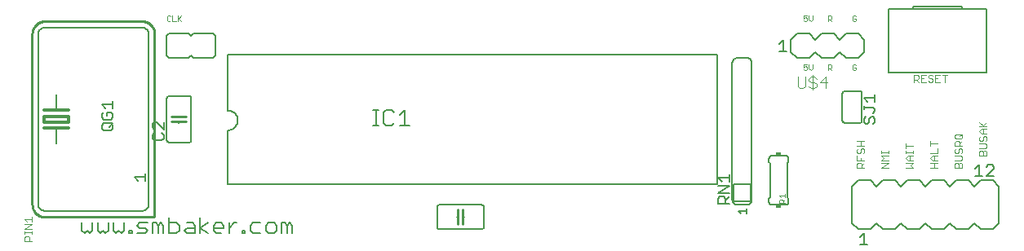
<source format=gto>
G75*
%MOIN*%
%OFA0B0*%
%FSLAX24Y24*%
%IPPOS*%
%LPD*%
%AMOC8*
5,1,8,0,0,1.08239X$1,22.5*
%
%ADD10C,0.0030*%
%ADD11C,0.0060*%
%ADD12C,0.0020*%
%ADD13C,0.0050*%
%ADD14R,0.0200X0.0150*%
%ADD15C,0.0100*%
%ADD16C,0.0120*%
%ADD17C,0.0040*%
D10*
X000375Y001695D02*
X000375Y001840D01*
X000423Y001888D01*
X000520Y001888D01*
X000568Y001840D01*
X000568Y001695D01*
X000665Y001695D02*
X000375Y001695D01*
X000375Y001990D02*
X000375Y002086D01*
X000375Y002038D02*
X000665Y002038D01*
X000665Y001990D02*
X000665Y002086D01*
X000665Y002186D02*
X000375Y002186D01*
X000665Y002380D01*
X000375Y002380D01*
X000472Y002481D02*
X000375Y002577D01*
X000665Y002577D01*
X000665Y002481D02*
X000665Y002674D01*
X034375Y004695D02*
X034375Y004840D01*
X034423Y004888D01*
X034520Y004888D01*
X034568Y004840D01*
X034568Y004695D01*
X034568Y004792D02*
X034665Y004888D01*
X034665Y004990D02*
X034375Y004990D01*
X034375Y005183D01*
X034423Y005284D02*
X034472Y005284D01*
X034520Y005333D01*
X034520Y005429D01*
X034568Y005478D01*
X034617Y005478D01*
X034665Y005429D01*
X034665Y005333D01*
X034617Y005284D01*
X034423Y005284D02*
X034375Y005333D01*
X034375Y005429D01*
X034423Y005478D01*
X034375Y005579D02*
X034665Y005579D01*
X034520Y005579D02*
X034520Y005772D01*
X034375Y005772D02*
X034665Y005772D01*
X035375Y005381D02*
X035375Y005284D01*
X035375Y005333D02*
X035665Y005333D01*
X035665Y005381D02*
X035665Y005284D01*
X035665Y005183D02*
X035375Y005183D01*
X035472Y005086D01*
X035375Y004990D01*
X035665Y004990D01*
X035665Y004888D02*
X035375Y004888D01*
X035375Y004695D02*
X035665Y004888D01*
X035665Y004695D02*
X035375Y004695D01*
X034665Y004695D02*
X034375Y004695D01*
X034520Y004990D02*
X034520Y005086D01*
X036375Y005086D02*
X036472Y004990D01*
X036665Y004990D01*
X036665Y004888D02*
X036375Y004888D01*
X036520Y004990D02*
X036520Y005183D01*
X036472Y005183D02*
X036665Y005183D01*
X036665Y005284D02*
X036665Y005381D01*
X036665Y005333D02*
X036375Y005333D01*
X036375Y005381D02*
X036375Y005284D01*
X036472Y005183D02*
X036375Y005086D01*
X036568Y004792D02*
X036665Y004888D01*
X036568Y004792D02*
X036665Y004695D01*
X036375Y004695D01*
X037375Y004695D02*
X037665Y004695D01*
X037520Y004695D02*
X037520Y004888D01*
X037520Y004990D02*
X037520Y005183D01*
X037472Y005183D02*
X037665Y005183D01*
X037665Y005284D02*
X037375Y005284D01*
X037472Y005183D02*
X037375Y005086D01*
X037472Y004990D01*
X037665Y004990D01*
X037665Y004888D02*
X037375Y004888D01*
X038375Y004840D02*
X038375Y004695D01*
X038665Y004695D01*
X038665Y004840D01*
X038617Y004888D01*
X038568Y004888D01*
X038520Y004840D01*
X038520Y004695D01*
X038520Y004840D02*
X038472Y004888D01*
X038423Y004888D01*
X038375Y004840D01*
X038375Y004990D02*
X038617Y004990D01*
X038665Y005038D01*
X038665Y005135D01*
X038617Y005183D01*
X038375Y005183D01*
X038423Y005284D02*
X038375Y005333D01*
X038375Y005429D01*
X038423Y005478D01*
X038520Y005429D02*
X038568Y005478D01*
X038617Y005478D01*
X038665Y005429D01*
X038665Y005333D01*
X038617Y005284D01*
X038520Y005333D02*
X038520Y005429D01*
X038520Y005333D02*
X038472Y005284D01*
X038423Y005284D01*
X038375Y005579D02*
X038375Y005724D01*
X038423Y005772D01*
X038520Y005772D01*
X038568Y005724D01*
X038568Y005579D01*
X038568Y005676D02*
X038665Y005772D01*
X038617Y005874D02*
X038665Y005922D01*
X038665Y006019D01*
X038617Y006067D01*
X038423Y006067D01*
X038375Y006019D01*
X038375Y005922D01*
X038423Y005874D01*
X038617Y005874D01*
X038568Y005970D02*
X038665Y006067D01*
X039375Y006176D02*
X039472Y006079D01*
X039665Y006079D01*
X039617Y005978D02*
X039665Y005929D01*
X039665Y005833D01*
X039617Y005784D01*
X039617Y005683D02*
X039375Y005683D01*
X039423Y005784D02*
X039472Y005784D01*
X039520Y005833D01*
X039520Y005929D01*
X039568Y005978D01*
X039617Y005978D01*
X039520Y006079D02*
X039520Y006272D01*
X039472Y006272D02*
X039665Y006272D01*
X039665Y006374D02*
X039375Y006374D01*
X039472Y006272D02*
X039375Y006176D01*
X039568Y006374D02*
X039375Y006567D01*
X039520Y006422D02*
X039665Y006567D01*
X039423Y005978D02*
X039375Y005929D01*
X039375Y005833D01*
X039423Y005784D01*
X039617Y005683D02*
X039665Y005635D01*
X039665Y005538D01*
X039617Y005490D01*
X039375Y005490D01*
X039423Y005388D02*
X039472Y005388D01*
X039520Y005340D01*
X039520Y005195D01*
X039665Y005195D02*
X039375Y005195D01*
X039375Y005340D01*
X039423Y005388D01*
X039520Y005340D02*
X039568Y005388D01*
X039617Y005388D01*
X039665Y005340D01*
X039665Y005195D01*
X038665Y005579D02*
X038375Y005579D01*
X037665Y005676D02*
X037375Y005676D01*
X037375Y005772D02*
X037375Y005579D01*
X037665Y005478D02*
X037665Y005284D01*
X036665Y005577D02*
X036375Y005577D01*
X036375Y005481D02*
X036375Y005674D01*
X036695Y008195D02*
X036695Y008485D01*
X036840Y008485D01*
X036888Y008437D01*
X036888Y008340D01*
X036840Y008292D01*
X036695Y008292D01*
X036792Y008292D02*
X036888Y008195D01*
X036990Y008195D02*
X037183Y008195D01*
X037284Y008243D02*
X037333Y008195D01*
X037429Y008195D01*
X037478Y008243D01*
X037478Y008292D01*
X037429Y008340D01*
X037333Y008340D01*
X037284Y008388D01*
X037284Y008437D01*
X037333Y008485D01*
X037429Y008485D01*
X037478Y008437D01*
X037579Y008485D02*
X037579Y008195D01*
X037772Y008195D01*
X037970Y008195D02*
X037970Y008485D01*
X037874Y008485D02*
X038067Y008485D01*
X037772Y008485D02*
X037579Y008485D01*
X037579Y008340D02*
X037676Y008340D01*
X037183Y008485D02*
X036990Y008485D01*
X036990Y008195D01*
X036990Y008340D02*
X037086Y008340D01*
D11*
X034580Y007730D02*
X034580Y006630D01*
X034578Y006613D01*
X034574Y006596D01*
X034567Y006580D01*
X034557Y006566D01*
X034544Y006553D01*
X034530Y006543D01*
X034514Y006536D01*
X034497Y006532D01*
X034480Y006530D01*
X033880Y006530D01*
X033863Y006532D01*
X033846Y006536D01*
X033830Y006543D01*
X033816Y006553D01*
X033803Y006566D01*
X033793Y006580D01*
X033786Y006596D01*
X033782Y006613D01*
X033780Y006630D01*
X033780Y007730D01*
X033782Y007747D01*
X033786Y007764D01*
X033793Y007780D01*
X033803Y007794D01*
X033816Y007807D01*
X033830Y007817D01*
X033846Y007824D01*
X033863Y007828D01*
X033880Y007830D01*
X034480Y007830D01*
X034497Y007828D01*
X034514Y007824D01*
X034530Y007817D01*
X034544Y007807D01*
X034557Y007794D01*
X034567Y007780D01*
X034574Y007764D01*
X034578Y007747D01*
X034580Y007730D01*
X030080Y008980D02*
X030080Y003380D01*
X030030Y003330D02*
X029330Y003330D01*
X029330Y004030D01*
X030030Y004030D01*
X030030Y003330D01*
X030080Y003380D02*
X030078Y003354D01*
X030073Y003328D01*
X030065Y003303D01*
X030053Y003280D01*
X030039Y003258D01*
X030021Y003239D01*
X030002Y003221D01*
X029980Y003207D01*
X029957Y003195D01*
X029932Y003187D01*
X029906Y003182D01*
X029880Y003180D01*
X029480Y003180D01*
X029454Y003182D01*
X029428Y003187D01*
X029403Y003195D01*
X029380Y003207D01*
X029358Y003221D01*
X029339Y003239D01*
X029321Y003258D01*
X029307Y003280D01*
X029295Y003303D01*
X029287Y003328D01*
X029282Y003354D01*
X029280Y003380D01*
X029280Y008980D01*
X029282Y009006D01*
X029287Y009032D01*
X029295Y009057D01*
X029307Y009080D01*
X029321Y009102D01*
X029339Y009121D01*
X029358Y009139D01*
X029380Y009153D01*
X029403Y009165D01*
X029428Y009173D01*
X029454Y009178D01*
X029480Y009180D01*
X029880Y009180D01*
X029906Y009178D01*
X029932Y009173D01*
X029957Y009165D01*
X029980Y009153D01*
X030002Y009139D01*
X030021Y009121D01*
X030039Y009102D01*
X030053Y009080D01*
X030065Y009057D01*
X030073Y009032D01*
X030078Y009006D01*
X030080Y008980D01*
X028680Y009330D02*
X028680Y004030D01*
X008680Y004030D01*
X008680Y006230D01*
X008719Y006232D01*
X008758Y006238D01*
X008796Y006247D01*
X008833Y006260D01*
X008869Y006277D01*
X008902Y006297D01*
X008934Y006321D01*
X008963Y006347D01*
X008989Y006376D01*
X009013Y006408D01*
X009033Y006441D01*
X009050Y006477D01*
X009063Y006514D01*
X009072Y006552D01*
X009078Y006591D01*
X009080Y006630D01*
X009078Y006669D01*
X009072Y006708D01*
X009063Y006746D01*
X009050Y006783D01*
X009033Y006819D01*
X009013Y006852D01*
X008989Y006884D01*
X008963Y006913D01*
X008934Y006939D01*
X008902Y006963D01*
X008869Y006983D01*
X008833Y007000D01*
X008796Y007013D01*
X008758Y007022D01*
X008719Y007028D01*
X008680Y007030D01*
X008680Y009330D01*
X028680Y009330D01*
X031680Y009430D02*
X031930Y009180D01*
X032430Y009180D01*
X032680Y009430D01*
X032930Y009180D01*
X033430Y009180D01*
X033680Y009430D01*
X033930Y009180D01*
X034430Y009180D01*
X034680Y009430D01*
X034680Y009930D01*
X034430Y010180D01*
X033930Y010180D01*
X033680Y009930D01*
X033430Y010180D01*
X032930Y010180D01*
X032680Y009930D01*
X032430Y010180D01*
X031930Y010180D01*
X031680Y009930D01*
X031680Y009430D01*
X031480Y005180D02*
X030880Y005180D01*
X030863Y005178D01*
X030846Y005174D01*
X030830Y005167D01*
X030816Y005157D01*
X030803Y005144D01*
X030793Y005130D01*
X030786Y005114D01*
X030782Y005097D01*
X030780Y005080D01*
X030780Y004930D01*
X030830Y004880D01*
X030830Y003480D01*
X030780Y003430D01*
X030780Y003280D01*
X030782Y003263D01*
X030786Y003246D01*
X030793Y003230D01*
X030803Y003216D01*
X030816Y003203D01*
X030830Y003193D01*
X030846Y003186D01*
X030863Y003182D01*
X030880Y003180D01*
X031480Y003180D01*
X031497Y003182D01*
X031514Y003186D01*
X031530Y003193D01*
X031544Y003203D01*
X031557Y003216D01*
X031567Y003230D01*
X031574Y003246D01*
X031578Y003263D01*
X031580Y003280D01*
X031580Y003430D01*
X031530Y003480D01*
X031530Y004880D01*
X031580Y004930D01*
X031580Y005080D01*
X031578Y005097D01*
X031574Y005114D01*
X031567Y005130D01*
X031557Y005144D01*
X031544Y005157D01*
X031530Y005167D01*
X031514Y005174D01*
X031497Y005178D01*
X031480Y005180D01*
X034180Y003930D02*
X034430Y004180D01*
X034930Y004180D01*
X035180Y003930D01*
X035430Y004180D01*
X035930Y004180D01*
X036180Y003930D01*
X036430Y004180D01*
X036930Y004180D01*
X037180Y003930D01*
X037430Y004180D01*
X037930Y004180D01*
X038180Y003930D01*
X038430Y004180D01*
X038930Y004180D01*
X039180Y003930D01*
X039430Y004180D01*
X039930Y004180D01*
X040180Y003930D01*
X040180Y002430D01*
X039930Y002180D01*
X039430Y002180D01*
X039180Y002430D01*
X038930Y002180D01*
X038430Y002180D01*
X038180Y002430D01*
X037930Y002180D01*
X037430Y002180D01*
X037180Y002430D01*
X036930Y002180D01*
X036430Y002180D01*
X036180Y002430D01*
X035930Y002180D01*
X035430Y002180D01*
X035180Y002430D01*
X034930Y002180D01*
X034430Y002180D01*
X034180Y002430D01*
X034180Y003930D01*
X019130Y003080D02*
X019130Y002280D01*
X019128Y002263D01*
X019124Y002246D01*
X019117Y002230D01*
X019107Y002216D01*
X019094Y002203D01*
X019080Y002193D01*
X019064Y002186D01*
X019047Y002182D01*
X019030Y002180D01*
X017330Y002180D01*
X017313Y002182D01*
X017296Y002186D01*
X017280Y002193D01*
X017266Y002203D01*
X017253Y002216D01*
X017243Y002230D01*
X017236Y002246D01*
X017232Y002263D01*
X017230Y002280D01*
X017230Y003080D01*
X017232Y003097D01*
X017236Y003114D01*
X017243Y003130D01*
X017253Y003144D01*
X017266Y003157D01*
X017280Y003167D01*
X017296Y003174D01*
X017313Y003178D01*
X017330Y003180D01*
X019030Y003180D01*
X019047Y003178D01*
X019064Y003174D01*
X019080Y003167D01*
X019094Y003157D01*
X019107Y003144D01*
X019117Y003130D01*
X019124Y003114D01*
X019128Y003097D01*
X019130Y003080D01*
X018330Y002680D02*
X018280Y002680D01*
X018080Y002680D02*
X018030Y002680D01*
X011301Y002330D02*
X011301Y002010D01*
X011088Y002010D02*
X011088Y002330D01*
X011195Y002437D01*
X011301Y002330D01*
X011088Y002330D02*
X010981Y002437D01*
X010874Y002437D01*
X010874Y002010D01*
X010657Y002117D02*
X010657Y002330D01*
X010550Y002437D01*
X010337Y002437D01*
X010230Y002330D01*
X010230Y002117D01*
X010337Y002010D01*
X010550Y002010D01*
X010657Y002117D01*
X010012Y002010D02*
X009692Y002010D01*
X009585Y002117D01*
X009585Y002330D01*
X009692Y002437D01*
X010012Y002437D01*
X009046Y002437D02*
X008939Y002437D01*
X008726Y002224D01*
X008508Y002224D02*
X008508Y002330D01*
X008402Y002437D01*
X008188Y002437D01*
X008081Y002330D01*
X008081Y002117D01*
X008188Y002010D01*
X008402Y002010D01*
X008726Y002010D02*
X008726Y002437D01*
X008508Y002224D02*
X008081Y002224D01*
X007864Y002437D02*
X007544Y002224D01*
X007864Y002010D01*
X007544Y002010D02*
X007544Y002651D01*
X007327Y002330D02*
X007220Y002437D01*
X007006Y002437D01*
X007327Y002330D02*
X007327Y002010D01*
X007006Y002010D01*
X006900Y002117D01*
X007006Y002224D01*
X007327Y002224D01*
X006682Y002117D02*
X006682Y002330D01*
X006575Y002437D01*
X006255Y002437D01*
X006038Y002330D02*
X006038Y002010D01*
X005824Y002010D02*
X005824Y002330D01*
X005931Y002437D01*
X006038Y002330D01*
X005824Y002330D02*
X005717Y002437D01*
X005610Y002437D01*
X005610Y002010D01*
X005393Y002117D02*
X005286Y002224D01*
X005073Y002224D01*
X004966Y002330D01*
X005073Y002437D01*
X005393Y002437D01*
X006255Y002651D02*
X006255Y002010D01*
X006575Y002010D01*
X006682Y002117D01*
X005393Y002117D02*
X005286Y002010D01*
X004966Y002010D01*
X004750Y002010D02*
X004750Y002117D01*
X004644Y002117D01*
X004644Y002010D01*
X004750Y002010D01*
X004426Y002117D02*
X004426Y002437D01*
X003999Y002437D02*
X003999Y002117D01*
X004106Y002010D01*
X004213Y002117D01*
X004319Y002010D01*
X004426Y002117D01*
X003782Y002117D02*
X003782Y002437D01*
X003355Y002437D02*
X003355Y002117D01*
X003461Y002010D01*
X003568Y002117D01*
X003675Y002010D01*
X003782Y002117D01*
X003137Y002117D02*
X003030Y002010D01*
X002924Y002117D01*
X002817Y002010D01*
X002710Y002117D01*
X002710Y002437D01*
X003137Y002437D02*
X003137Y002117D01*
X001180Y002930D02*
X005180Y002930D01*
X005210Y002932D01*
X005240Y002937D01*
X005269Y002946D01*
X005296Y002959D01*
X005322Y002974D01*
X005346Y002993D01*
X005367Y003014D01*
X005386Y003038D01*
X005401Y003064D01*
X005414Y003091D01*
X005423Y003120D01*
X005428Y003150D01*
X005430Y003180D01*
X005430Y010180D01*
X005428Y010210D01*
X005423Y010240D01*
X005414Y010269D01*
X005401Y010296D01*
X005386Y010322D01*
X005367Y010346D01*
X005346Y010367D01*
X005322Y010386D01*
X005296Y010401D01*
X005269Y010414D01*
X005240Y010423D01*
X005210Y010428D01*
X005180Y010430D01*
X001180Y010430D01*
X001150Y010428D01*
X001120Y010423D01*
X001091Y010414D01*
X001064Y010401D01*
X001038Y010386D01*
X001014Y010367D01*
X000993Y010346D01*
X000974Y010322D01*
X000959Y010296D01*
X000946Y010269D01*
X000937Y010240D01*
X000932Y010210D01*
X000930Y010180D01*
X000930Y003180D01*
X000932Y003150D01*
X000937Y003120D01*
X000946Y003091D01*
X000959Y003064D01*
X000974Y003038D01*
X000993Y003014D01*
X001014Y002993D01*
X001038Y002974D01*
X001064Y002959D01*
X001091Y002946D01*
X001120Y002937D01*
X001150Y002932D01*
X001180Y002930D01*
X009263Y002117D02*
X009263Y002010D01*
X009370Y002010D01*
X009370Y002117D01*
X009263Y002117D01*
X001680Y005680D02*
X001680Y006310D01*
X001680Y007050D02*
X001680Y007680D01*
X006180Y007530D02*
X006180Y005830D01*
X006182Y005813D01*
X006186Y005796D01*
X006193Y005780D01*
X006203Y005766D01*
X006216Y005753D01*
X006230Y005743D01*
X006246Y005736D01*
X006263Y005732D01*
X006280Y005730D01*
X007080Y005730D01*
X007097Y005732D01*
X007114Y005736D01*
X007130Y005743D01*
X007144Y005753D01*
X007157Y005766D01*
X007167Y005780D01*
X007174Y005796D01*
X007178Y005813D01*
X007180Y005830D01*
X007180Y007530D01*
X007178Y007547D01*
X007174Y007564D01*
X007167Y007580D01*
X007157Y007594D01*
X007144Y007607D01*
X007130Y007617D01*
X007114Y007624D01*
X007097Y007628D01*
X007080Y007630D01*
X006280Y007630D01*
X006263Y007628D01*
X006246Y007624D01*
X006230Y007617D01*
X006216Y007607D01*
X006203Y007594D01*
X006193Y007580D01*
X006186Y007564D01*
X006182Y007547D01*
X006180Y007530D01*
X006680Y006830D02*
X006680Y006780D01*
X006680Y006580D02*
X006680Y006530D01*
X014610Y006410D02*
X014824Y006410D01*
X014717Y006410D02*
X014717Y007051D01*
X014610Y007051D02*
X014824Y007051D01*
X015040Y006944D02*
X015040Y006517D01*
X015146Y006410D01*
X015360Y006410D01*
X015467Y006517D01*
X015684Y006410D02*
X016111Y006410D01*
X015898Y006410D02*
X015898Y007051D01*
X015684Y006837D01*
X015467Y006944D02*
X015360Y007051D01*
X015146Y007051D01*
X015040Y006944D01*
X008180Y009280D02*
X008080Y009180D01*
X007280Y009180D01*
X007180Y009280D01*
X007080Y009180D01*
X006280Y009180D01*
X006180Y009280D01*
X006180Y010080D01*
X006280Y010180D01*
X007080Y010180D01*
X007180Y010080D01*
X007280Y010180D01*
X008080Y010180D01*
X008180Y010080D01*
X008180Y009280D01*
D12*
X006779Y010690D02*
X006669Y010800D01*
X006632Y010763D02*
X006779Y010910D01*
X006632Y010910D02*
X006632Y010690D01*
X006558Y010690D02*
X006411Y010690D01*
X006411Y010910D01*
X006337Y010873D02*
X006300Y010910D01*
X006227Y010910D01*
X006190Y010873D01*
X006190Y010727D01*
X006227Y010690D01*
X006300Y010690D01*
X006337Y010727D01*
X032190Y010727D02*
X032227Y010690D01*
X032300Y010690D01*
X032337Y010727D01*
X032337Y010800D01*
X032300Y010837D01*
X032263Y010837D01*
X032190Y010800D01*
X032190Y010910D01*
X032337Y010910D01*
X032411Y010910D02*
X032411Y010763D01*
X032484Y010690D01*
X032558Y010763D01*
X032558Y010910D01*
X033190Y010910D02*
X033190Y010690D01*
X033190Y010763D02*
X033300Y010763D01*
X033337Y010800D01*
X033337Y010873D01*
X033300Y010910D01*
X033190Y010910D01*
X033263Y010763D02*
X033337Y010690D01*
X034190Y010727D02*
X034190Y010873D01*
X034227Y010910D01*
X034300Y010910D01*
X034337Y010873D01*
X034337Y010800D02*
X034263Y010800D01*
X034337Y010800D02*
X034337Y010727D01*
X034300Y010690D01*
X034227Y010690D01*
X034190Y010727D01*
X034227Y008910D02*
X034190Y008873D01*
X034190Y008727D01*
X034227Y008690D01*
X034300Y008690D01*
X034337Y008727D01*
X034337Y008800D01*
X034263Y008800D01*
X034337Y008873D02*
X034300Y008910D01*
X034227Y008910D01*
X033337Y008873D02*
X033337Y008800D01*
X033300Y008763D01*
X033190Y008763D01*
X033190Y008690D02*
X033190Y008910D01*
X033300Y008910D01*
X033337Y008873D01*
X033263Y008763D02*
X033337Y008690D01*
X032558Y008763D02*
X032558Y008910D01*
X032411Y008910D02*
X032411Y008763D01*
X032484Y008690D01*
X032558Y008763D01*
X032337Y008727D02*
X032300Y008690D01*
X032227Y008690D01*
X032190Y008727D01*
X032190Y008800D02*
X032263Y008837D01*
X032300Y008837D01*
X032337Y008800D01*
X032337Y008727D01*
X032190Y008800D02*
X032190Y008910D01*
X032337Y008910D01*
X031420Y003616D02*
X031420Y003469D01*
X031420Y003542D02*
X031200Y003542D01*
X031273Y003469D01*
X031237Y003395D02*
X031310Y003395D01*
X031347Y003358D01*
X031347Y003248D01*
X031420Y003248D02*
X031200Y003248D01*
X031200Y003358D01*
X031237Y003395D01*
X031347Y003321D02*
X031420Y003395D01*
D13*
X029855Y003032D02*
X029855Y002805D01*
X029855Y002918D02*
X029515Y002918D01*
X029628Y002805D01*
X029155Y003205D02*
X028705Y003205D01*
X028705Y003430D01*
X028780Y003505D01*
X028930Y003505D01*
X029005Y003430D01*
X029005Y003205D01*
X029005Y003355D02*
X029155Y003505D01*
X029155Y003665D02*
X028705Y003665D01*
X029155Y003966D01*
X028705Y003966D01*
X028855Y004126D02*
X028705Y004276D01*
X029155Y004276D01*
X029155Y004126D02*
X029155Y004426D01*
X034655Y006549D02*
X034730Y006474D01*
X034805Y006474D01*
X034880Y006549D01*
X034880Y006699D01*
X034955Y006774D01*
X035030Y006774D01*
X035105Y006699D01*
X035105Y006549D01*
X035030Y006474D01*
X034655Y006549D02*
X034655Y006699D01*
X034730Y006774D01*
X035030Y006934D02*
X035105Y007009D01*
X035105Y007084D01*
X035030Y007159D01*
X034655Y007159D01*
X034655Y007084D02*
X034655Y007234D01*
X034805Y007395D02*
X034655Y007545D01*
X035105Y007545D01*
X035105Y007395D02*
X035105Y007695D01*
X035680Y008590D02*
X035680Y011190D01*
X036680Y011190D01*
X036680Y011280D01*
X038680Y011280D01*
X038680Y011190D01*
X039680Y011190D01*
X039680Y008590D01*
X035680Y008590D01*
X031505Y009455D02*
X031205Y009455D01*
X031355Y009455D02*
X031355Y009905D01*
X031205Y009755D01*
X036680Y011190D02*
X038680Y011190D01*
X039355Y004805D02*
X039355Y004355D01*
X039205Y004355D02*
X039505Y004355D01*
X039665Y004355D02*
X039966Y004655D01*
X039966Y004730D01*
X039891Y004805D01*
X039740Y004805D01*
X039665Y004730D01*
X039355Y004805D02*
X039205Y004655D01*
X039665Y004355D02*
X039966Y004355D01*
X034655Y002005D02*
X034655Y001555D01*
X034505Y001555D02*
X034805Y001555D01*
X034505Y001855D02*
X034655Y002005D01*
X006055Y005880D02*
X005980Y005805D01*
X005680Y005805D01*
X005605Y005880D01*
X005605Y006030D01*
X005680Y006105D01*
X005680Y006265D02*
X005605Y006340D01*
X005605Y006491D01*
X005680Y006566D01*
X005755Y006566D01*
X006055Y006265D01*
X006055Y006566D01*
X005980Y006105D02*
X006055Y006030D01*
X006055Y005880D01*
X003965Y006280D02*
X003965Y006430D01*
X003890Y006505D01*
X003590Y006505D01*
X003515Y006430D01*
X003515Y006280D01*
X003590Y006205D01*
X003890Y006205D01*
X003965Y006280D01*
X003815Y006355D02*
X003965Y006505D01*
X003890Y006665D02*
X003590Y006665D01*
X003515Y006740D01*
X003515Y006891D01*
X003590Y006966D01*
X003740Y006966D02*
X003740Y006816D01*
X003890Y006966D02*
X003965Y006891D01*
X003965Y006740D01*
X003890Y006665D01*
X003890Y006966D02*
X003740Y006966D01*
X003665Y007126D02*
X003515Y007276D01*
X003965Y007276D01*
X003965Y007126D02*
X003965Y007426D01*
X005305Y004455D02*
X005305Y004155D01*
X005305Y004305D02*
X004855Y004305D01*
X005005Y004155D01*
D14*
X031180Y003105D03*
X031180Y005255D03*
D15*
X018280Y002980D02*
X018280Y002680D01*
X018280Y002380D01*
X018080Y002380D02*
X018080Y002680D01*
X018080Y002980D01*
X006980Y006580D02*
X006680Y006580D01*
X006380Y006580D01*
X006380Y006780D02*
X006680Y006780D01*
X006980Y006780D01*
X005680Y010180D02*
X005680Y002680D01*
X001180Y002680D01*
X001136Y002682D01*
X001093Y002688D01*
X001051Y002697D01*
X001009Y002710D01*
X000969Y002727D01*
X000930Y002747D01*
X000893Y002770D01*
X000859Y002797D01*
X000826Y002826D01*
X000797Y002859D01*
X000770Y002893D01*
X000747Y002930D01*
X000727Y002969D01*
X000710Y003009D01*
X000697Y003051D01*
X000688Y003093D01*
X000682Y003136D01*
X000680Y003180D01*
X000680Y010180D01*
X000682Y010224D01*
X000688Y010267D01*
X000697Y010309D01*
X000710Y010351D01*
X000727Y010391D01*
X000747Y010430D01*
X000770Y010467D01*
X000797Y010501D01*
X000826Y010534D01*
X000859Y010563D01*
X000893Y010590D01*
X000930Y010613D01*
X000969Y010633D01*
X001009Y010650D01*
X001051Y010663D01*
X001093Y010672D01*
X001136Y010678D01*
X001180Y010680D01*
X005180Y010680D01*
X005224Y010678D01*
X005267Y010672D01*
X005309Y010663D01*
X005351Y010650D01*
X005391Y010633D01*
X005430Y010613D01*
X005467Y010590D01*
X005501Y010563D01*
X005534Y010534D01*
X005563Y010501D01*
X005590Y010467D01*
X005613Y010430D01*
X005633Y010391D01*
X005650Y010351D01*
X005663Y010309D01*
X005672Y010267D01*
X005678Y010224D01*
X005680Y010180D01*
D16*
X002180Y007050D02*
X001680Y007050D01*
X001180Y007050D01*
X001180Y006800D02*
X001180Y006550D01*
X002180Y006550D01*
X002180Y006800D01*
X001180Y006800D01*
X001180Y006310D02*
X001680Y006310D01*
X002180Y006310D01*
D17*
X031950Y008027D02*
X032027Y007950D01*
X032180Y007950D01*
X032257Y008027D01*
X032257Y008410D01*
X032410Y008334D02*
X032410Y008257D01*
X032487Y008180D01*
X032641Y008180D01*
X032717Y008103D01*
X032717Y008027D01*
X032641Y007950D01*
X032487Y007950D01*
X032410Y008027D01*
X032564Y007873D02*
X032564Y008487D01*
X032641Y008410D02*
X032717Y008334D01*
X032641Y008410D02*
X032487Y008410D01*
X032410Y008334D01*
X031950Y008410D02*
X031950Y008027D01*
X032871Y008180D02*
X033178Y008180D01*
X033101Y008410D02*
X032871Y008180D01*
X033101Y007950D02*
X033101Y008410D01*
M02*

</source>
